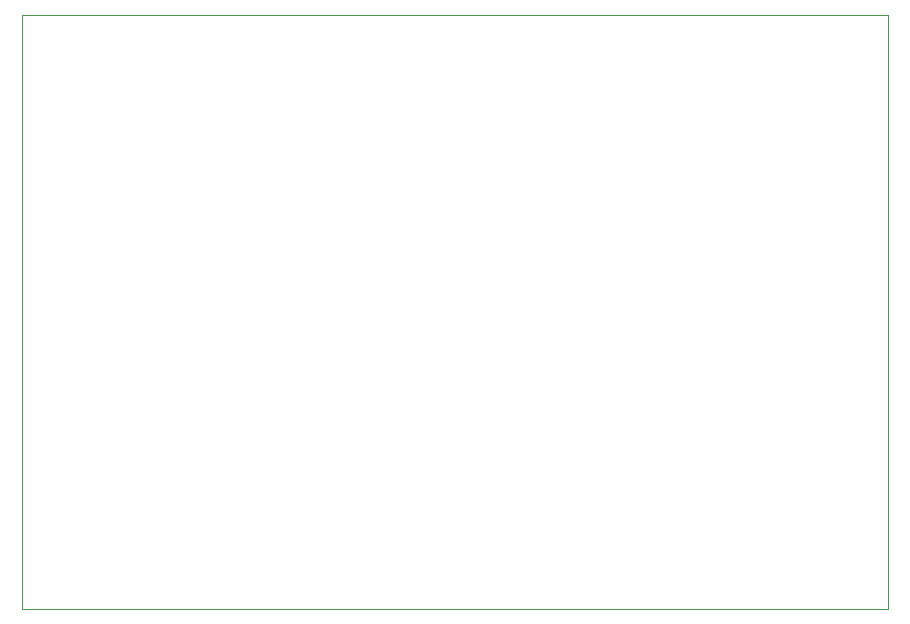
<source format=gbr>
%TF.GenerationSoftware,KiCad,Pcbnew,6.0.7-f9a2dced07~116~ubuntu20.04.1*%
%TF.CreationDate,2022-08-31T15:18:07+02:00*%
%TF.ProjectId,NVM-Amp,4e564d2d-416d-4702-9e6b-696361645f70,rev?*%
%TF.SameCoordinates,Original*%
%TF.FileFunction,Profile,NP*%
%FSLAX46Y46*%
G04 Gerber Fmt 4.6, Leading zero omitted, Abs format (unit mm)*
G04 Created by KiCad (PCBNEW 6.0.7-f9a2dced07~116~ubuntu20.04.1) date 2022-08-31 15:18:07*
%MOMM*%
%LPD*%
G01*
G04 APERTURE LIST*
%TA.AperFunction,Profile*%
%ADD10C,0.100000*%
%TD*%
G04 APERTURE END LIST*
D10*
X198510000Y-129011000D02*
X125251000Y-129011000D01*
X125251000Y-129011000D02*
X125251000Y-78768000D01*
X125251000Y-78768000D02*
X198510000Y-78768000D01*
X198510000Y-78768000D02*
X198510000Y-129011000D01*
M02*

</source>
